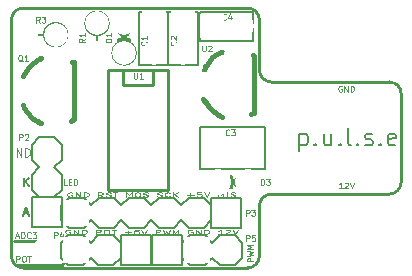
<source format=gto>
%FSLAX34Y34*%
G04 Gerber Fmt 3.4, Leading zero omitted, Abs format*
G04 (created by PCBNEW (2014-05-21 BZR 4875)-product) date Thursday 18 September 2014 04:54:14 PM IST*
%MOIN*%
G01*
G70*
G90*
G04 APERTURE LIST*
%ADD10C,0.005906*%
%ADD11C,0.010000*%
%ADD12C,0.003150*%
%ADD13C,0.003937*%
%ADD14C,0.005000*%
%ADD15C,0.007874*%
%ADD16C,0.015000*%
%ADD17R,0.350000X0.090000*%
%ADD18C,0.079055*%
%ADD19R,0.079055X0.079055*%
%ADD20C,0.086929*%
%ADD21R,0.086929X0.086929*%
%ADD22R,0.075118X0.075118*%
%ADD23C,0.075118*%
G04 APERTURE END LIST*
G54D10*
G54D11*
X10629Y-15551D02*
X11417Y-15551D01*
X12204Y-16338D02*
X12303Y-16240D01*
X12106Y-16338D02*
X12204Y-16338D01*
X10728Y-16338D02*
X12106Y-16338D01*
G54D12*
X12481Y-15167D02*
X12455Y-15160D01*
X12417Y-15160D01*
X12379Y-15167D01*
X12353Y-15180D01*
X12341Y-15193D01*
X12328Y-15219D01*
X12328Y-15239D01*
X12341Y-15265D01*
X12353Y-15278D01*
X12379Y-15291D01*
X12417Y-15298D01*
X12443Y-15298D01*
X12481Y-15291D01*
X12494Y-15285D01*
X12494Y-15239D01*
X12443Y-15239D01*
X12608Y-15298D02*
X12608Y-15160D01*
X12761Y-15298D01*
X12761Y-15160D01*
X12889Y-15298D02*
X12889Y-15160D01*
X12953Y-15160D01*
X12991Y-15167D01*
X13016Y-15180D01*
X13029Y-15193D01*
X13042Y-15219D01*
X13042Y-15239D01*
X13029Y-15265D01*
X13016Y-15278D01*
X12991Y-15291D01*
X12953Y-15298D01*
X12889Y-15298D01*
X13361Y-15298D02*
X13361Y-15160D01*
X13463Y-15160D01*
X13488Y-15167D01*
X13501Y-15173D01*
X13514Y-15187D01*
X13514Y-15206D01*
X13501Y-15219D01*
X13488Y-15226D01*
X13463Y-15232D01*
X13361Y-15232D01*
X13679Y-15160D02*
X13730Y-15160D01*
X13756Y-15167D01*
X13781Y-15180D01*
X13794Y-15206D01*
X13794Y-15252D01*
X13781Y-15278D01*
X13756Y-15291D01*
X13730Y-15298D01*
X13679Y-15298D01*
X13654Y-15291D01*
X13628Y-15278D01*
X13616Y-15252D01*
X13616Y-15206D01*
X13628Y-15180D01*
X13654Y-15167D01*
X13679Y-15160D01*
X13871Y-15160D02*
X14023Y-15160D01*
X13947Y-15298D02*
X13947Y-15160D01*
X14317Y-15246D02*
X14521Y-15246D01*
X14419Y-15298D02*
X14419Y-15193D01*
X14776Y-15160D02*
X14648Y-15160D01*
X14635Y-15226D01*
X14648Y-15219D01*
X14674Y-15213D01*
X14737Y-15213D01*
X14763Y-15219D01*
X14776Y-15226D01*
X14788Y-15239D01*
X14788Y-15272D01*
X14776Y-15285D01*
X14763Y-15291D01*
X14737Y-15298D01*
X14674Y-15298D01*
X14648Y-15291D01*
X14635Y-15285D01*
X14865Y-15160D02*
X14954Y-15298D01*
X15043Y-15160D01*
X15337Y-15298D02*
X15337Y-15160D01*
X15439Y-15160D01*
X15464Y-15167D01*
X15477Y-15173D01*
X15490Y-15187D01*
X15490Y-15206D01*
X15477Y-15219D01*
X15464Y-15226D01*
X15439Y-15232D01*
X15337Y-15232D01*
X15579Y-15160D02*
X15643Y-15298D01*
X15694Y-15200D01*
X15745Y-15298D01*
X15808Y-15160D01*
X15910Y-15298D02*
X15910Y-15160D01*
X16000Y-15259D01*
X16089Y-15160D01*
X16089Y-15298D01*
X16560Y-15167D02*
X16535Y-15160D01*
X16497Y-15160D01*
X16458Y-15167D01*
X16433Y-15180D01*
X16420Y-15193D01*
X16407Y-15219D01*
X16407Y-15239D01*
X16420Y-15265D01*
X16433Y-15278D01*
X16458Y-15291D01*
X16497Y-15298D01*
X16522Y-15298D01*
X16560Y-15291D01*
X16573Y-15285D01*
X16573Y-15239D01*
X16522Y-15239D01*
X16688Y-15298D02*
X16688Y-15160D01*
X16841Y-15298D01*
X16841Y-15160D01*
X16968Y-15298D02*
X16968Y-15160D01*
X17032Y-15160D01*
X17070Y-15167D01*
X17096Y-15180D01*
X17109Y-15193D01*
X17121Y-15219D01*
X17121Y-15239D01*
X17109Y-15265D01*
X17096Y-15278D01*
X17070Y-15291D01*
X17032Y-15298D01*
X16968Y-15298D01*
X17580Y-15298D02*
X17427Y-15298D01*
X17504Y-15298D02*
X17504Y-15160D01*
X17478Y-15180D01*
X17453Y-15193D01*
X17427Y-15200D01*
X17682Y-15173D02*
X17695Y-15167D01*
X17721Y-15160D01*
X17784Y-15160D01*
X17810Y-15167D01*
X17823Y-15173D01*
X17835Y-15187D01*
X17835Y-15200D01*
X17823Y-15219D01*
X17670Y-15298D01*
X17835Y-15298D01*
X17912Y-15160D02*
X18001Y-15298D01*
X18090Y-15160D01*
G54D11*
X18405Y-16437D02*
X10925Y-16437D01*
X23523Y-10629D02*
X23523Y-13582D01*
X23129Y-10236D02*
X19192Y-10236D01*
X23129Y-13976D02*
X19192Y-13976D01*
X23129Y-13976D02*
G75*
G03X23523Y-13582I0J393D01*
G74*
G01*
X23523Y-10629D02*
G75*
G03X23129Y-10236I-393J0D01*
G74*
G01*
X10925Y-7775D02*
X18405Y-7775D01*
X10531Y-16043D02*
X10531Y-8169D01*
X10531Y-16043D02*
G75*
G03X10925Y-16437I393J0D01*
G74*
G01*
X10925Y-7775D02*
G75*
G03X10531Y-8169I0J-393D01*
G74*
G01*
G54D13*
X21571Y-13789D02*
X21458Y-13789D01*
X21514Y-13789D02*
X21514Y-13592D01*
X21496Y-13621D01*
X21477Y-13639D01*
X21458Y-13649D01*
X21646Y-13611D02*
X21655Y-13602D01*
X21674Y-13592D01*
X21721Y-13592D01*
X21739Y-13602D01*
X21749Y-13611D01*
X21758Y-13630D01*
X21758Y-13649D01*
X21749Y-13677D01*
X21636Y-13789D01*
X21758Y-13789D01*
X21814Y-13592D02*
X21880Y-13789D01*
X21946Y-13592D01*
G54D11*
X18799Y-9842D02*
X18799Y-8169D01*
X18799Y-16043D02*
X18799Y-14370D01*
X18799Y-8169D02*
G75*
G03X18405Y-7775I-393J0D01*
G74*
G01*
X18799Y-9842D02*
G75*
G03X19192Y-10236I393J0D01*
G74*
G01*
X18405Y-16437D02*
G75*
G03X18799Y-16043I0J393D01*
G74*
G01*
X19192Y-13976D02*
G75*
G03X18799Y-14370I0J-393D01*
G74*
G01*
G54D13*
X21542Y-10374D02*
X21524Y-10364D01*
X21496Y-10364D01*
X21467Y-10374D01*
X21449Y-10392D01*
X21439Y-10411D01*
X21430Y-10449D01*
X21430Y-10477D01*
X21439Y-10514D01*
X21449Y-10533D01*
X21467Y-10552D01*
X21496Y-10561D01*
X21514Y-10561D01*
X21542Y-10552D01*
X21552Y-10542D01*
X21552Y-10477D01*
X21514Y-10477D01*
X21636Y-10561D02*
X21636Y-10364D01*
X21749Y-10561D01*
X21749Y-10364D01*
X21842Y-10561D02*
X21842Y-10364D01*
X21889Y-10364D01*
X21917Y-10374D01*
X21936Y-10392D01*
X21946Y-10411D01*
X21955Y-10449D01*
X21955Y-10477D01*
X21946Y-10514D01*
X21936Y-10533D01*
X21917Y-10552D01*
X21889Y-10561D01*
X21842Y-10561D01*
X10708Y-12723D02*
X10708Y-12447D01*
X10866Y-12723D01*
X10866Y-12447D01*
X10997Y-12723D02*
X10997Y-12447D01*
X11062Y-12447D01*
X11102Y-12460D01*
X11128Y-12486D01*
X11141Y-12513D01*
X11154Y-12565D01*
X11154Y-12604D01*
X11141Y-12657D01*
X11128Y-12683D01*
X11102Y-12709D01*
X11062Y-12723D01*
X10997Y-12723D01*
G54D12*
X12551Y-13927D02*
X12526Y-13920D01*
X12487Y-13920D01*
X12449Y-13927D01*
X12424Y-13940D01*
X12411Y-13953D01*
X12398Y-13979D01*
X12398Y-13999D01*
X12411Y-14025D01*
X12424Y-14038D01*
X12449Y-14051D01*
X12487Y-14058D01*
X12513Y-14058D01*
X12551Y-14051D01*
X12564Y-14045D01*
X12564Y-13999D01*
X12513Y-13999D01*
X12679Y-14058D02*
X12679Y-13920D01*
X12832Y-14058D01*
X12832Y-13920D01*
X12959Y-14058D02*
X12959Y-13920D01*
X13023Y-13920D01*
X13061Y-13927D01*
X13086Y-13940D01*
X13099Y-13953D01*
X13112Y-13979D01*
X13112Y-13999D01*
X13099Y-14025D01*
X13086Y-14038D01*
X13061Y-14051D01*
X13023Y-14058D01*
X12959Y-14058D01*
X13584Y-14058D02*
X13494Y-13992D01*
X13431Y-14058D02*
X13431Y-13920D01*
X13533Y-13920D01*
X13558Y-13927D01*
X13571Y-13933D01*
X13584Y-13946D01*
X13584Y-13966D01*
X13571Y-13979D01*
X13558Y-13986D01*
X13533Y-13992D01*
X13431Y-13992D01*
X13686Y-14051D02*
X13724Y-14058D01*
X13788Y-14058D01*
X13813Y-14051D01*
X13826Y-14045D01*
X13839Y-14032D01*
X13839Y-14019D01*
X13826Y-14005D01*
X13813Y-13999D01*
X13788Y-13992D01*
X13737Y-13986D01*
X13711Y-13979D01*
X13698Y-13973D01*
X13686Y-13959D01*
X13686Y-13946D01*
X13698Y-13933D01*
X13711Y-13927D01*
X13737Y-13920D01*
X13800Y-13920D01*
X13839Y-13927D01*
X13915Y-13920D02*
X14068Y-13920D01*
X13992Y-14058D02*
X13992Y-13920D01*
X14361Y-14058D02*
X14361Y-13920D01*
X14451Y-14019D01*
X14540Y-13920D01*
X14540Y-14058D01*
X14718Y-13920D02*
X14769Y-13920D01*
X14795Y-13927D01*
X14820Y-13940D01*
X14833Y-13966D01*
X14833Y-14012D01*
X14820Y-14038D01*
X14795Y-14051D01*
X14769Y-14058D01*
X14718Y-14058D01*
X14693Y-14051D01*
X14667Y-14038D01*
X14655Y-14012D01*
X14655Y-13966D01*
X14667Y-13940D01*
X14693Y-13927D01*
X14718Y-13920D01*
X14935Y-14051D02*
X14973Y-14058D01*
X15037Y-14058D01*
X15062Y-14051D01*
X15075Y-14045D01*
X15088Y-14032D01*
X15088Y-14019D01*
X15075Y-14005D01*
X15062Y-13999D01*
X15037Y-13992D01*
X14986Y-13986D01*
X14961Y-13979D01*
X14948Y-13973D01*
X14935Y-13959D01*
X14935Y-13946D01*
X14948Y-13933D01*
X14961Y-13927D01*
X14986Y-13920D01*
X15050Y-13920D01*
X15088Y-13927D01*
X15394Y-14051D02*
X15432Y-14058D01*
X15496Y-14058D01*
X15521Y-14051D01*
X15534Y-14045D01*
X15547Y-14032D01*
X15547Y-14019D01*
X15534Y-14005D01*
X15521Y-13999D01*
X15496Y-13992D01*
X15445Y-13986D01*
X15419Y-13979D01*
X15407Y-13973D01*
X15394Y-13959D01*
X15394Y-13946D01*
X15407Y-13933D01*
X15419Y-13927D01*
X15445Y-13920D01*
X15509Y-13920D01*
X15547Y-13927D01*
X15815Y-14045D02*
X15802Y-14051D01*
X15764Y-14058D01*
X15738Y-14058D01*
X15700Y-14051D01*
X15674Y-14038D01*
X15662Y-14025D01*
X15649Y-13999D01*
X15649Y-13979D01*
X15662Y-13953D01*
X15674Y-13940D01*
X15700Y-13927D01*
X15738Y-13920D01*
X15764Y-13920D01*
X15802Y-13927D01*
X15815Y-13933D01*
X15929Y-14058D02*
X15929Y-13920D01*
X16082Y-14058D02*
X15968Y-13979D01*
X16082Y-13920D02*
X15929Y-13999D01*
X16401Y-14005D02*
X16605Y-14005D01*
X16503Y-14058D02*
X16503Y-13953D01*
X16860Y-13920D02*
X16733Y-13920D01*
X16720Y-13986D01*
X16733Y-13979D01*
X16758Y-13973D01*
X16822Y-13973D01*
X16847Y-13979D01*
X16860Y-13986D01*
X16873Y-13999D01*
X16873Y-14032D01*
X16860Y-14045D01*
X16847Y-14051D01*
X16822Y-14058D01*
X16758Y-14058D01*
X16733Y-14051D01*
X16720Y-14045D01*
X16949Y-13920D02*
X17038Y-14058D01*
X17128Y-13920D01*
X17421Y-14058D02*
X17421Y-13920D01*
X17510Y-14019D01*
X17599Y-13920D01*
X17599Y-14058D01*
X17727Y-14058D02*
X17727Y-13920D01*
X17842Y-14051D02*
X17880Y-14058D01*
X17944Y-14058D01*
X17969Y-14051D01*
X17982Y-14045D01*
X17995Y-14032D01*
X17995Y-14019D01*
X17982Y-14005D01*
X17969Y-13999D01*
X17944Y-13992D01*
X17893Y-13986D01*
X17867Y-13979D01*
X17854Y-13973D01*
X17842Y-13959D01*
X17842Y-13946D01*
X17854Y-13933D01*
X17867Y-13927D01*
X17893Y-13920D01*
X17956Y-13920D01*
X17995Y-13927D01*
G54D14*
X10951Y-13707D02*
X10951Y-13431D01*
X11108Y-13707D02*
X10990Y-13549D01*
X11108Y-13431D02*
X10951Y-13589D01*
X10958Y-14612D02*
X11089Y-14612D01*
X10931Y-14691D02*
X11023Y-14416D01*
X11115Y-14691D01*
G54D15*
X20129Y-11960D02*
X20129Y-12550D01*
X20129Y-11988D02*
X20185Y-11960D01*
X20298Y-11960D01*
X20354Y-11988D01*
X20382Y-12016D01*
X20410Y-12072D01*
X20410Y-12241D01*
X20382Y-12297D01*
X20354Y-12325D01*
X20298Y-12353D01*
X20185Y-12353D01*
X20129Y-12325D01*
X20663Y-12297D02*
X20691Y-12325D01*
X20663Y-12353D01*
X20635Y-12325D01*
X20663Y-12297D01*
X20663Y-12353D01*
X21197Y-11960D02*
X21197Y-12353D01*
X20944Y-11960D02*
X20944Y-12269D01*
X20973Y-12325D01*
X21029Y-12353D01*
X21113Y-12353D01*
X21169Y-12325D01*
X21197Y-12297D01*
X21479Y-12297D02*
X21507Y-12325D01*
X21479Y-12353D01*
X21451Y-12325D01*
X21479Y-12297D01*
X21479Y-12353D01*
X21844Y-12353D02*
X21788Y-12325D01*
X21760Y-12269D01*
X21760Y-11763D01*
X22069Y-12297D02*
X22097Y-12325D01*
X22069Y-12353D01*
X22041Y-12325D01*
X22069Y-12297D01*
X22069Y-12353D01*
X22322Y-12325D02*
X22379Y-12353D01*
X22491Y-12353D01*
X22547Y-12325D01*
X22575Y-12269D01*
X22575Y-12241D01*
X22547Y-12185D01*
X22491Y-12156D01*
X22407Y-12156D01*
X22350Y-12128D01*
X22322Y-12072D01*
X22322Y-12044D01*
X22350Y-11988D01*
X22407Y-11960D01*
X22491Y-11960D01*
X22547Y-11988D01*
X22829Y-12297D02*
X22857Y-12325D01*
X22829Y-12353D01*
X22800Y-12325D01*
X22829Y-12297D01*
X22829Y-12353D01*
X23335Y-12325D02*
X23278Y-12353D01*
X23166Y-12353D01*
X23110Y-12325D01*
X23082Y-12269D01*
X23082Y-12044D01*
X23110Y-11988D01*
X23166Y-11960D01*
X23278Y-11960D01*
X23335Y-11988D01*
X23363Y-12044D01*
X23363Y-12100D01*
X23082Y-12156D01*
G54D14*
X14783Y-9665D02*
X14783Y-7893D01*
X14783Y-7893D02*
X15767Y-7893D01*
X15767Y-7893D02*
X15767Y-9665D01*
X15767Y-9665D02*
X14783Y-9665D01*
X15767Y-9665D02*
X15767Y-7893D01*
X15767Y-7893D02*
X16751Y-7893D01*
X16751Y-7893D02*
X16751Y-9665D01*
X16751Y-9665D02*
X15767Y-9665D01*
X16830Y-11751D02*
X18996Y-11751D01*
X18996Y-11751D02*
X18996Y-13129D01*
X18996Y-13129D02*
X16830Y-13129D01*
X16830Y-13129D02*
X16830Y-11751D01*
X18602Y-8877D02*
X16830Y-8877D01*
X16830Y-8877D02*
X16830Y-7893D01*
X16830Y-7893D02*
X18602Y-7893D01*
X18602Y-7893D02*
X18602Y-8877D01*
X11462Y-14082D02*
X11962Y-14082D01*
X11212Y-14082D02*
X11212Y-15082D01*
X11212Y-15082D02*
X12212Y-15082D01*
X12212Y-15082D02*
X12212Y-14082D01*
X12212Y-14082D02*
X11962Y-14082D01*
X11962Y-14082D02*
X12212Y-13832D01*
X12212Y-13832D02*
X12212Y-13332D01*
X12212Y-13332D02*
X11962Y-13082D01*
X11962Y-13082D02*
X12212Y-12832D01*
X12212Y-12832D02*
X12212Y-12332D01*
X12212Y-12332D02*
X11962Y-12082D01*
X11962Y-12082D02*
X11462Y-12082D01*
X11462Y-12082D02*
X11212Y-12332D01*
X11212Y-12332D02*
X11212Y-12832D01*
X11212Y-12832D02*
X11462Y-13082D01*
X11462Y-13082D02*
X11212Y-13332D01*
X11212Y-13332D02*
X11212Y-13832D01*
X11212Y-13832D02*
X11462Y-14082D01*
X11462Y-14082D02*
X11212Y-14082D01*
X17196Y-14356D02*
X17196Y-14856D01*
X17196Y-14356D02*
X17196Y-14106D01*
X16446Y-15106D02*
X16946Y-15106D01*
X16946Y-15106D02*
X17196Y-14856D01*
X17196Y-14856D02*
X17196Y-15106D01*
X18196Y-14106D02*
X17196Y-14106D01*
X18196Y-15106D02*
X18196Y-14106D01*
X17196Y-15106D02*
X18196Y-15106D01*
X12196Y-14856D02*
X12196Y-14356D01*
X16446Y-15106D02*
X16196Y-14856D01*
X16196Y-14856D02*
X15946Y-15106D01*
X15946Y-15106D02*
X15446Y-15106D01*
X15446Y-15106D02*
X15196Y-14856D01*
X15196Y-14856D02*
X14946Y-15106D01*
X14946Y-15106D02*
X14446Y-15106D01*
X14446Y-15106D02*
X14196Y-14856D01*
X14196Y-14856D02*
X13946Y-15106D01*
X13946Y-15106D02*
X13446Y-15106D01*
X13446Y-15106D02*
X13196Y-14856D01*
X13196Y-14856D02*
X12946Y-15106D01*
X12946Y-15106D02*
X12446Y-15106D01*
X12446Y-15106D02*
X12196Y-14856D01*
X12196Y-14356D02*
X12446Y-14106D01*
X12446Y-14106D02*
X12946Y-14106D01*
X12946Y-14106D02*
X13196Y-14356D01*
X13196Y-14356D02*
X13446Y-14106D01*
X13446Y-14106D02*
X13946Y-14106D01*
X13946Y-14106D02*
X14196Y-14356D01*
X14196Y-14356D02*
X14446Y-14106D01*
X14446Y-14106D02*
X14946Y-14106D01*
X14946Y-14106D02*
X15196Y-14356D01*
X15196Y-14356D02*
X15446Y-14106D01*
X15446Y-14106D02*
X15946Y-14106D01*
X15946Y-14106D02*
X16196Y-14356D01*
X16196Y-14356D02*
X16446Y-14106D01*
X16446Y-14106D02*
X16946Y-14106D01*
X16946Y-14106D02*
X17196Y-14356D01*
X14181Y-16096D02*
X14181Y-15596D01*
X14181Y-16346D02*
X15181Y-16346D01*
X15181Y-16346D02*
X15181Y-15346D01*
X15181Y-15346D02*
X14181Y-15346D01*
X14181Y-15346D02*
X14181Y-15596D01*
X14181Y-15596D02*
X13931Y-15346D01*
X13931Y-15346D02*
X13431Y-15346D01*
X13431Y-15346D02*
X13181Y-15596D01*
X13181Y-15596D02*
X12931Y-15346D01*
X12931Y-15346D02*
X12431Y-15346D01*
X12431Y-15346D02*
X12181Y-15596D01*
X12181Y-15596D02*
X12181Y-16096D01*
X12181Y-16096D02*
X12431Y-16346D01*
X12431Y-16346D02*
X12931Y-16346D01*
X12931Y-16346D02*
X13181Y-16096D01*
X13181Y-16096D02*
X13431Y-16346D01*
X13431Y-16346D02*
X13931Y-16346D01*
X13931Y-16346D02*
X14181Y-16096D01*
X14181Y-16096D02*
X14181Y-16346D01*
X16232Y-15596D02*
X16232Y-16096D01*
X16232Y-15346D02*
X15232Y-15346D01*
X15232Y-15346D02*
X15232Y-16346D01*
X15232Y-16346D02*
X16232Y-16346D01*
X16232Y-16346D02*
X16232Y-16096D01*
X16232Y-16096D02*
X16482Y-16346D01*
X16482Y-16346D02*
X16982Y-16346D01*
X16982Y-16346D02*
X17232Y-16096D01*
X17232Y-16096D02*
X17482Y-16346D01*
X17482Y-16346D02*
X17982Y-16346D01*
X17982Y-16346D02*
X18232Y-16096D01*
X18232Y-16096D02*
X18232Y-15596D01*
X18232Y-15596D02*
X17982Y-15346D01*
X17982Y-15346D02*
X17482Y-15346D01*
X17482Y-15346D02*
X17232Y-15596D01*
X17232Y-15596D02*
X16982Y-15346D01*
X16982Y-15346D02*
X16482Y-15346D01*
X16482Y-15346D02*
X16232Y-15596D01*
X16232Y-15596D02*
X16232Y-15346D01*
X13385Y-8681D02*
X13385Y-8956D01*
X13779Y-8287D02*
G75*
G03X13779Y-8287I-393J0D01*
G74*
G01*
X11614Y-8661D02*
X11338Y-8661D01*
X12401Y-8661D02*
G75*
G03X12401Y-8661I-393J0D01*
G74*
G01*
G54D16*
X18631Y-9379D02*
X18576Y-9354D01*
X17516Y-9244D02*
X17546Y-9234D01*
X17001Y-9714D02*
X16971Y-9769D01*
X16971Y-9769D02*
X16946Y-9829D01*
X16976Y-10894D02*
X16931Y-10799D01*
X17441Y-11344D02*
X17496Y-11379D01*
X17496Y-11379D02*
X17541Y-11404D01*
X18631Y-11259D02*
X18536Y-11309D01*
X17006Y-9714D02*
X17106Y-9564D01*
X17106Y-9564D02*
X17231Y-9414D01*
X17231Y-9414D02*
X17381Y-9314D01*
X17381Y-9314D02*
X17506Y-9239D01*
X17431Y-11339D02*
X17356Y-11289D01*
X17356Y-11289D02*
X17256Y-11214D01*
X17256Y-11214D02*
X17106Y-11064D01*
X17106Y-11064D02*
X16981Y-10889D01*
X18631Y-10314D02*
X18631Y-9364D01*
X18631Y-10314D02*
X18631Y-11264D01*
X12607Y-9596D02*
X12552Y-9571D01*
X11492Y-9461D02*
X11522Y-9451D01*
X10977Y-9931D02*
X10947Y-9986D01*
X10947Y-9986D02*
X10922Y-10046D01*
X10952Y-11111D02*
X10907Y-11016D01*
X11417Y-11561D02*
X11472Y-11596D01*
X11472Y-11596D02*
X11517Y-11621D01*
X12607Y-11476D02*
X12512Y-11526D01*
X10982Y-9931D02*
X11082Y-9781D01*
X11082Y-9781D02*
X11207Y-9631D01*
X11207Y-9631D02*
X11357Y-9531D01*
X11357Y-9531D02*
X11482Y-9456D01*
X11407Y-11556D02*
X11332Y-11506D01*
X11332Y-11506D02*
X11232Y-11431D01*
X11232Y-11431D02*
X11082Y-11281D01*
X11082Y-11281D02*
X10957Y-11106D01*
X12607Y-10531D02*
X12607Y-9581D01*
X12607Y-10531D02*
X12607Y-11481D01*
G54D14*
X17834Y-13582D02*
X17834Y-13779D01*
X17834Y-13779D02*
X17874Y-13779D01*
X17874Y-13779D02*
X17874Y-13385D01*
X17874Y-13385D02*
X17834Y-13385D01*
X17834Y-13385D02*
X17834Y-13582D01*
X18031Y-13464D02*
X18110Y-13464D01*
X18110Y-13700D02*
X18031Y-13700D01*
X17992Y-13661D02*
X18110Y-13661D01*
X18110Y-13503D02*
X17992Y-13503D01*
X17952Y-13543D02*
X18110Y-13543D01*
X18110Y-13622D02*
X17952Y-13622D01*
X17874Y-13582D02*
X18110Y-13582D01*
X17874Y-13582D02*
X18110Y-13385D01*
X18110Y-13385D02*
X18110Y-13779D01*
X18110Y-13779D02*
X17874Y-13582D01*
X17814Y-13582D02*
G75*
G03X17814Y-13582I-393J0D01*
G74*
G01*
X14291Y-8858D02*
X14488Y-8858D01*
X14488Y-8858D02*
X14488Y-8818D01*
X14488Y-8818D02*
X14094Y-8818D01*
X14094Y-8818D02*
X14094Y-8858D01*
X14094Y-8858D02*
X14291Y-8858D01*
X14173Y-8661D02*
X14173Y-8582D01*
X14409Y-8582D02*
X14409Y-8661D01*
X14370Y-8700D02*
X14370Y-8582D01*
X14212Y-8582D02*
X14212Y-8700D01*
X14251Y-8740D02*
X14251Y-8582D01*
X14330Y-8582D02*
X14330Y-8740D01*
X14291Y-8818D02*
X14291Y-8582D01*
X14291Y-8818D02*
X14094Y-8582D01*
X14094Y-8582D02*
X14488Y-8582D01*
X14488Y-8582D02*
X14291Y-8818D01*
X14685Y-9271D02*
G75*
G03X14685Y-9271I-393J0D01*
G74*
G01*
G54D11*
X15263Y-9850D02*
X15263Y-10350D01*
X15263Y-10350D02*
X14263Y-10350D01*
X14263Y-10350D02*
X14263Y-9850D01*
X15763Y-9850D02*
X15763Y-13850D01*
X15763Y-13850D02*
X13763Y-13850D01*
X13763Y-13850D02*
X13763Y-9850D01*
X13763Y-9850D02*
X15763Y-9850D01*
G54D13*
X15030Y-8891D02*
X15040Y-8900D01*
X15049Y-8928D01*
X15049Y-8947D01*
X15040Y-8975D01*
X15021Y-8994D01*
X15002Y-9003D01*
X14965Y-9012D01*
X14937Y-9012D01*
X14899Y-9003D01*
X14880Y-8994D01*
X14862Y-8975D01*
X14852Y-8947D01*
X14852Y-8928D01*
X14862Y-8900D01*
X14871Y-8891D01*
X15049Y-8703D02*
X15049Y-8816D01*
X15049Y-8759D02*
X14852Y-8759D01*
X14880Y-8778D01*
X14899Y-8797D01*
X14909Y-8816D01*
X16015Y-8891D02*
X16024Y-8900D01*
X16033Y-8928D01*
X16033Y-8947D01*
X16024Y-8975D01*
X16005Y-8994D01*
X15987Y-9003D01*
X15949Y-9012D01*
X15921Y-9012D01*
X15883Y-9003D01*
X15865Y-8994D01*
X15846Y-8975D01*
X15837Y-8947D01*
X15837Y-8928D01*
X15846Y-8900D01*
X15855Y-8891D01*
X15855Y-8816D02*
X15846Y-8806D01*
X15837Y-8787D01*
X15837Y-8741D01*
X15846Y-8722D01*
X15855Y-8712D01*
X15874Y-8703D01*
X15893Y-8703D01*
X15921Y-8712D01*
X16033Y-8825D01*
X16033Y-8703D01*
X17801Y-11999D02*
X17792Y-12008D01*
X17764Y-12018D01*
X17745Y-12018D01*
X17717Y-12008D01*
X17698Y-11990D01*
X17689Y-11971D01*
X17679Y-11933D01*
X17679Y-11905D01*
X17689Y-11868D01*
X17698Y-11849D01*
X17717Y-11830D01*
X17745Y-11821D01*
X17764Y-11821D01*
X17792Y-11830D01*
X17801Y-11840D01*
X17867Y-11821D02*
X17989Y-11821D01*
X17923Y-11896D01*
X17951Y-11896D01*
X17970Y-11905D01*
X17979Y-11915D01*
X17989Y-11933D01*
X17989Y-11980D01*
X17979Y-11999D01*
X17970Y-12008D01*
X17951Y-12018D01*
X17895Y-12018D01*
X17876Y-12008D01*
X17867Y-11999D01*
X17683Y-8141D02*
X17674Y-8150D01*
X17646Y-8159D01*
X17627Y-8159D01*
X17599Y-8150D01*
X17580Y-8131D01*
X17571Y-8113D01*
X17561Y-8075D01*
X17561Y-8047D01*
X17571Y-8009D01*
X17580Y-7991D01*
X17599Y-7972D01*
X17627Y-7963D01*
X17646Y-7963D01*
X17674Y-7972D01*
X17683Y-7981D01*
X17852Y-8028D02*
X17852Y-8159D01*
X17805Y-7953D02*
X17758Y-8094D01*
X17880Y-8094D01*
X10799Y-12175D02*
X10799Y-11978D01*
X10874Y-11978D01*
X10893Y-11988D01*
X10902Y-11997D01*
X10912Y-12016D01*
X10912Y-12044D01*
X10902Y-12063D01*
X10893Y-12072D01*
X10874Y-12081D01*
X10799Y-12081D01*
X10987Y-11997D02*
X10996Y-11988D01*
X11015Y-11978D01*
X11062Y-11978D01*
X11080Y-11988D01*
X11090Y-11997D01*
X11099Y-12016D01*
X11099Y-12035D01*
X11090Y-12063D01*
X10977Y-12175D01*
X11099Y-12175D01*
X12373Y-13671D02*
X12279Y-13671D01*
X12279Y-13474D01*
X12439Y-13568D02*
X12504Y-13568D01*
X12532Y-13671D02*
X12439Y-13671D01*
X12439Y-13474D01*
X12532Y-13474D01*
X12617Y-13671D02*
X12617Y-13474D01*
X12664Y-13474D01*
X12692Y-13484D01*
X12710Y-13502D01*
X12720Y-13521D01*
X12729Y-13559D01*
X12729Y-13587D01*
X12720Y-13624D01*
X12710Y-13643D01*
X12692Y-13662D01*
X12664Y-13671D01*
X12617Y-13671D01*
X18358Y-14695D02*
X18358Y-14498D01*
X18433Y-14498D01*
X18452Y-14507D01*
X18461Y-14517D01*
X18471Y-14535D01*
X18471Y-14564D01*
X18461Y-14582D01*
X18452Y-14592D01*
X18433Y-14601D01*
X18358Y-14601D01*
X18536Y-14498D02*
X18658Y-14498D01*
X18592Y-14573D01*
X18621Y-14573D01*
X18639Y-14582D01*
X18649Y-14592D01*
X18658Y-14610D01*
X18658Y-14657D01*
X18649Y-14676D01*
X18639Y-14685D01*
X18621Y-14695D01*
X18564Y-14695D01*
X18546Y-14685D01*
X18536Y-14676D01*
X11961Y-15443D02*
X11961Y-15246D01*
X12035Y-15246D01*
X12054Y-15255D01*
X12064Y-15265D01*
X12073Y-15284D01*
X12073Y-15312D01*
X12064Y-15330D01*
X12054Y-15340D01*
X12035Y-15349D01*
X11961Y-15349D01*
X12242Y-15312D02*
X12242Y-15443D01*
X12195Y-15237D02*
X12148Y-15377D01*
X12270Y-15377D01*
X10695Y-16230D02*
X10695Y-16033D01*
X10770Y-16033D01*
X10789Y-16043D01*
X10798Y-16052D01*
X10808Y-16071D01*
X10808Y-16099D01*
X10798Y-16118D01*
X10789Y-16127D01*
X10770Y-16137D01*
X10695Y-16137D01*
X10929Y-16033D02*
X10967Y-16033D01*
X10986Y-16043D01*
X11004Y-16062D01*
X11014Y-16099D01*
X11014Y-16165D01*
X11004Y-16202D01*
X10986Y-16221D01*
X10967Y-16230D01*
X10929Y-16230D01*
X10911Y-16221D01*
X10892Y-16202D01*
X10883Y-16165D01*
X10883Y-16099D01*
X10892Y-16062D01*
X10911Y-16043D01*
X10929Y-16033D01*
X11070Y-16033D02*
X11182Y-16033D01*
X11126Y-16230D02*
X11126Y-16033D01*
X18358Y-15541D02*
X18358Y-15344D01*
X18433Y-15344D01*
X18452Y-15354D01*
X18461Y-15363D01*
X18471Y-15382D01*
X18471Y-15410D01*
X18461Y-15429D01*
X18452Y-15438D01*
X18433Y-15448D01*
X18358Y-15448D01*
X18649Y-15344D02*
X18555Y-15344D01*
X18546Y-15438D01*
X18555Y-15429D01*
X18574Y-15419D01*
X18621Y-15419D01*
X18639Y-15429D01*
X18649Y-15438D01*
X18658Y-15457D01*
X18658Y-15504D01*
X18649Y-15523D01*
X18639Y-15532D01*
X18621Y-15541D01*
X18574Y-15541D01*
X18555Y-15532D01*
X18546Y-15523D01*
X18592Y-16221D02*
X18396Y-16221D01*
X18396Y-16146D01*
X18405Y-16127D01*
X18414Y-16118D01*
X18433Y-16108D01*
X18461Y-16108D01*
X18480Y-16118D01*
X18489Y-16127D01*
X18499Y-16146D01*
X18499Y-16221D01*
X18396Y-16043D02*
X18592Y-15996D01*
X18452Y-15958D01*
X18592Y-15921D01*
X18396Y-15874D01*
X18592Y-15799D02*
X18396Y-15799D01*
X18536Y-15733D01*
X18396Y-15668D01*
X18592Y-15668D01*
X10686Y-15387D02*
X10779Y-15387D01*
X10667Y-15443D02*
X10733Y-15246D01*
X10798Y-15443D01*
X10864Y-15443D02*
X10864Y-15246D01*
X10911Y-15246D01*
X10939Y-15255D01*
X10958Y-15274D01*
X10967Y-15293D01*
X10976Y-15330D01*
X10976Y-15359D01*
X10967Y-15396D01*
X10958Y-15415D01*
X10939Y-15434D01*
X10911Y-15443D01*
X10864Y-15443D01*
X11173Y-15424D02*
X11164Y-15434D01*
X11136Y-15443D01*
X11117Y-15443D01*
X11089Y-15434D01*
X11070Y-15415D01*
X11061Y-15396D01*
X11051Y-15359D01*
X11051Y-15330D01*
X11061Y-15293D01*
X11070Y-15274D01*
X11089Y-15255D01*
X11117Y-15246D01*
X11136Y-15246D01*
X11164Y-15255D01*
X11173Y-15265D01*
X11239Y-15246D02*
X11361Y-15246D01*
X11295Y-15321D01*
X11323Y-15321D01*
X11342Y-15330D01*
X11351Y-15340D01*
X11361Y-15359D01*
X11361Y-15405D01*
X11351Y-15424D01*
X11342Y-15434D01*
X11323Y-15443D01*
X11267Y-15443D01*
X11248Y-15434D01*
X11239Y-15424D01*
X12982Y-8792D02*
X12889Y-8858D01*
X12982Y-8905D02*
X12785Y-8905D01*
X12785Y-8830D01*
X12795Y-8811D01*
X12804Y-8802D01*
X12823Y-8792D01*
X12851Y-8792D01*
X12870Y-8802D01*
X12879Y-8811D01*
X12889Y-8830D01*
X12889Y-8905D01*
X12982Y-8605D02*
X12982Y-8717D01*
X12982Y-8661D02*
X12785Y-8661D01*
X12814Y-8680D01*
X12832Y-8698D01*
X12842Y-8717D01*
X11482Y-8258D02*
X11417Y-8164D01*
X11370Y-8258D02*
X11370Y-8061D01*
X11445Y-8061D01*
X11464Y-8070D01*
X11473Y-8080D01*
X11482Y-8098D01*
X11482Y-8127D01*
X11473Y-8145D01*
X11464Y-8155D01*
X11445Y-8164D01*
X11370Y-8164D01*
X11548Y-8061D02*
X11670Y-8061D01*
X11604Y-8136D01*
X11632Y-8136D01*
X11651Y-8145D01*
X11661Y-8155D01*
X11670Y-8173D01*
X11670Y-8220D01*
X11661Y-8239D01*
X11651Y-8248D01*
X11632Y-8258D01*
X11576Y-8258D01*
X11557Y-8248D01*
X11548Y-8239D01*
X16897Y-9026D02*
X16897Y-9185D01*
X16906Y-9204D01*
X16916Y-9213D01*
X16934Y-9222D01*
X16972Y-9222D01*
X16991Y-9213D01*
X17000Y-9204D01*
X17009Y-9185D01*
X17009Y-9026D01*
X17094Y-9044D02*
X17103Y-9035D01*
X17122Y-9026D01*
X17169Y-9026D01*
X17187Y-9035D01*
X17197Y-9044D01*
X17206Y-9063D01*
X17206Y-9082D01*
X17197Y-9110D01*
X17084Y-9222D01*
X17206Y-9222D01*
X10906Y-9556D02*
X10887Y-9547D01*
X10868Y-9528D01*
X10840Y-9500D01*
X10822Y-9491D01*
X10803Y-9491D01*
X10812Y-9537D02*
X10793Y-9528D01*
X10775Y-9509D01*
X10765Y-9472D01*
X10765Y-9406D01*
X10775Y-9369D01*
X10793Y-9350D01*
X10812Y-9341D01*
X10850Y-9341D01*
X10868Y-9350D01*
X10887Y-9369D01*
X10897Y-9406D01*
X10897Y-9472D01*
X10887Y-9509D01*
X10868Y-9528D01*
X10850Y-9537D01*
X10812Y-9537D01*
X11084Y-9537D02*
X10972Y-9537D01*
X11028Y-9537D02*
X11028Y-9341D01*
X11009Y-9369D01*
X10990Y-9387D01*
X10972Y-9397D01*
X18850Y-13671D02*
X18850Y-13474D01*
X18897Y-13474D01*
X18925Y-13484D01*
X18944Y-13502D01*
X18953Y-13521D01*
X18963Y-13559D01*
X18963Y-13587D01*
X18953Y-13624D01*
X18944Y-13643D01*
X18925Y-13662D01*
X18897Y-13671D01*
X18850Y-13671D01*
X19028Y-13474D02*
X19150Y-13474D01*
X19085Y-13549D01*
X19113Y-13549D01*
X19131Y-13559D01*
X19141Y-13568D01*
X19150Y-13587D01*
X19150Y-13634D01*
X19141Y-13652D01*
X19131Y-13662D01*
X19113Y-13671D01*
X19056Y-13671D01*
X19038Y-13662D01*
X19028Y-13652D01*
X13868Y-8905D02*
X13671Y-8905D01*
X13671Y-8858D01*
X13681Y-8830D01*
X13699Y-8811D01*
X13718Y-8802D01*
X13756Y-8792D01*
X13784Y-8792D01*
X13821Y-8802D01*
X13840Y-8811D01*
X13859Y-8830D01*
X13868Y-8858D01*
X13868Y-8905D01*
X13868Y-8605D02*
X13868Y-8717D01*
X13868Y-8661D02*
X13671Y-8661D01*
X13699Y-8680D01*
X13718Y-8698D01*
X13727Y-8717D01*
X14613Y-9931D02*
X14613Y-10090D01*
X14623Y-10109D01*
X14632Y-10119D01*
X14651Y-10128D01*
X14688Y-10128D01*
X14707Y-10119D01*
X14716Y-10109D01*
X14726Y-10090D01*
X14726Y-9931D01*
X14923Y-10128D02*
X14810Y-10128D01*
X14866Y-10128D02*
X14866Y-9931D01*
X14848Y-9959D01*
X14829Y-9978D01*
X14810Y-9987D01*
%LPC*%
G54D17*
X21758Y-13106D03*
X21758Y-11106D03*
G54D18*
X15275Y-9271D03*
G54D19*
X15275Y-8287D03*
G54D18*
X16259Y-9271D03*
G54D19*
X16259Y-8287D03*
G54D18*
X17421Y-12440D03*
G54D19*
X18405Y-12440D03*
G54D18*
X18208Y-8385D03*
G54D19*
X17224Y-8385D03*
G54D20*
X11712Y-14582D03*
X11712Y-13582D03*
X11712Y-12582D03*
X17696Y-14606D03*
X16696Y-14606D03*
X15696Y-14606D03*
X14696Y-14606D03*
X13696Y-14606D03*
G54D21*
X12696Y-14606D03*
G54D20*
X14681Y-15846D03*
X13681Y-15846D03*
G54D21*
X12681Y-15846D03*
G54D20*
X15732Y-15846D03*
G54D21*
X16732Y-15846D03*
G54D20*
X17732Y-15846D03*
X11675Y-15850D03*
G54D18*
X13385Y-9271D03*
X13385Y-8287D03*
X11023Y-8661D03*
X12007Y-8661D03*
G54D19*
X17031Y-10314D03*
G54D18*
X18031Y-11314D03*
X18031Y-9314D03*
G54D19*
X18031Y-10314D03*
G54D18*
X11007Y-10531D03*
X12007Y-11531D03*
G54D19*
X12007Y-9531D03*
G54D18*
X12007Y-10531D03*
G54D20*
X18405Y-13582D03*
X17421Y-13582D03*
G54D18*
X14291Y-8287D03*
X14291Y-9271D03*
G54D22*
X13263Y-10350D03*
G54D23*
X13263Y-11350D03*
X13263Y-12350D03*
X13263Y-13350D03*
X16263Y-13350D03*
X16263Y-12350D03*
X16263Y-11350D03*
X16263Y-10350D03*
M02*

</source>
